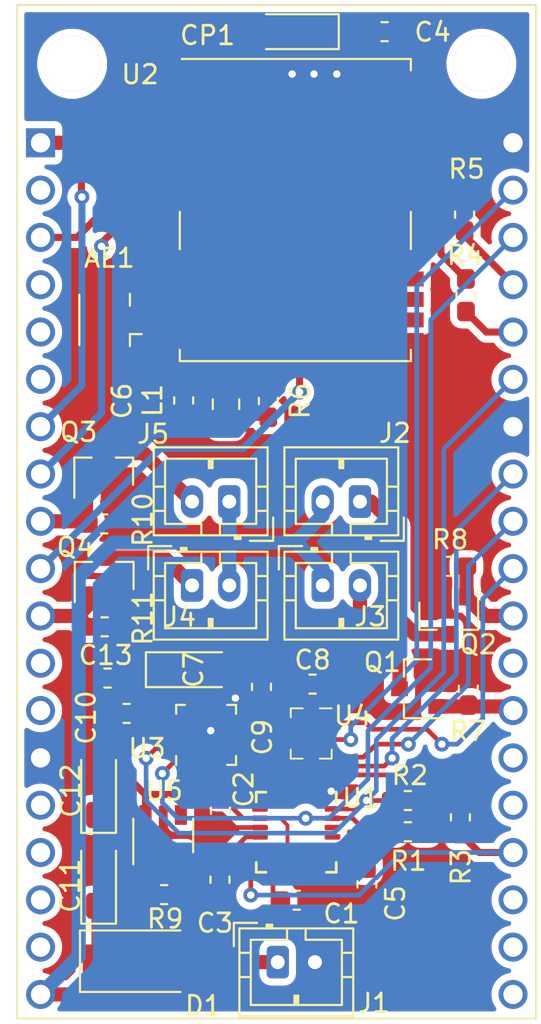
<source format=kicad_pcb>
(kicad_pcb (version 20191123) (host pcbnew "(5.99.0-622-gea218bc72)")
  (layers (0 "F.Cu" signal) (31 "B.Cu" signal hide) (34 "B.Paste" user hide) (35 "F.Paste" user hide) (36 "B.SilkS" user hide) (37 "F.SilkS" user hide) (38 "B.Mask" user hide) (39 "F.Mask" user hide) (44 "Edge.Cuts" user hide))
  (net 0 "")
  (net 1 "GND")
  (net 2 "+3.3VA")
  (net 3 "Net-(AE1-Pad1)")
  (net 4 "+3V3")
  (net 5 "Net-(C3-Pad2)")
  (net 6 "Net-(C5-Pad2)")
  (net 7 "Net-(C6-Pad2)")
  (net 8 "Net-(C7-Pad2)")
  (net 9 "Net-(C9-Pad2)")
  (net 10 "Net-(C9-Pad1)")
  (net 11 "+5V")
  (net 12 "Net-(D1-Pad2)")
  (net 13 "Net-(J2-Pad2)")
  (net 14 "Net-(J4-Pad2)")
  (net 15 "/Motor1")
  (net 16 "/Motor2")
  (net 17 "/Motor3")
  (net 18 "/Motor4")
  (net 19 "/I2C0_SCL")
  (net 20 "/I2C0_SDA")
  (net 21 "/MPU_INT")
  (net 22 "/GPS_TXD")
  (net 23 "Net-(R4-Pad1)")
  (net 24 "/GPS_RXD")
  (net 25 "Net-(R5-Pad1)")
  (net 26 "Net-(R6-Pad2)")
  (net 27 "Net-(R9-Pad1)")
  (net 28 "Net-(U1-Pad7)")
  (net 29 "Net-(U1-Pad6)")
  (net 30 "Net-(U2-Pad1)")
  (net 31 "/GPS_S_SEL")
  (net 32 "/GPS_TIMEPULSE")
  (net 33 "/GPS_INT")
  (net 34 "Net-(U2-Pad5)")
  (net 35 "Net-(U2-Pad6)")
  (net 36 "/GPS_RST")
  (net 37 "Net-(U2-Pad14)")
  (net 38 "Net-(U2-Pad15)")
  (net 39 "Net-(U2-Pad16)")
  (net 40 "Net-(U2-Pad17)")
  (net 41 "Net-(U2-Pad18)")
  (net 42 "Net-(U2-Pad19)")
  (net 43 "Net-(U3-Pad3)")
  (net 44 "Net-(U3-Pad5)")
  (net 45 "Net-(U3-Pad6)")
  (net 46 "Net-(U3-Pad7)")
  (net 47 "Net-(U3-Pad14)")
  (net 48 "Net-(U3-Pad15)")
  (net 49 "/BMP_CSB")
  (net 50 "/BMP_SDI")
  (net 51 "/BMP_SCK")
  (net 52 "/BMP_SDO")
  (net 53 "Net-(U5-Pad4)")
  (net 54 "Net-(U6-Pad38)")
  (net 55 "Net-(U6-Pad37)")
  (net 56 "Net-(U6-Pad36)")
  (net 57 "Net-(U6-Pad33)")
  (net 58 "Net-(U6-Pad18)")
  (net 59 "Net-(U6-Pad17)")
  (net 60 "Net-(U6-Pad16)")
  (net 61 "Net-(U6-Pad15)")
  (net 62 "Net-(U6-Pad13)")
  (net 63 "Net-(U6-Pad12)")
  (net 64 "Net-(U6-Pad6)")
  (net 65 "Net-(U6-Pad5)")
  (net 66 "Net-(U6-Pad4)")
  (net 67 "Net-(U6-Pad2)")
  (net 68 "Net-(U6-Pad34)")
  (net 69 "Net-(U6-Pad31)")
  (net 70 "Net-(J3-Pad1)")
  (net 71 "Net-(J5-Pad1)")
  (module "Capacitor_SMD:C_0603_1608Metric_Pad1.05x0.95mm_HandSolder" (layer "F.Cu") (at 126.155 100.1)
    (fp_text reference "C13" (at -0.1 -1.225 180) (layer "F.SilkS"))
    (fp_text value "100nF")
    (pad "2" smd roundrect (at 0.875 0) (size 1.05 0.95) (layers "F.Cu" "F.Paste" "F.Mask") (net 4 "+3V3"))
    (pad "1" smd roundrect (at -0.875 0) (size 1.05 0.95) (layers "F.Cu" "F.Paste" "F.Mask") (net 1 "GND"))
  )
  (module "my-smt-ic:LFCSP-16-1EP_3x3mm_P0.5mm_EP1.7x1.7mm" (layer "F.Cu") (at 131.455 103.15 90)
    (fp_text reference "U3" (at -0.725 -3.175 180) (layer "F.SilkS"))
    (fp_text value "HMC5883L")
    (pad "1" smd roundrect (at -1.5 -0.75 90) (size 0.75 0.25) (layers "F.Cu" "F.Paste" "F.Mask") (net 19 "/I2C0_SCL"))
    (pad "2" smd roundrect (at -1.5 -0.25 90) (size 0.75 0.25) (layers "F.Cu" "F.Paste" "F.Mask") (net 4 "+3V3"))
    (pad "3" smd roundrect (at -1.5 0.25 90) (size 0.75 0.25) (layers "F.Cu" "F.Paste" "F.Mask") (net 43 "Net-(U3-Pad3)"))
    (pad "4" smd roundrect (at -1.5 0.75 90) (size 0.75 0.25) (layers "F.Cu" "F.Paste" "F.Mask") (net 4 "+3V3"))
    (pad "5" smd roundrect (at -0.75 1.5 90) (size 0.25 0.75) (layers "F.Cu" "F.Paste" "F.Mask") (net 44 "Net-(U3-Pad5)"))
    (pad "6" smd roundrect (at -0.25 1.5 90) (size 0.25 0.75) (layers "F.Cu" "F.Paste" "F.Mask") (net 45 "Net-(U3-Pad6)"))
    (pad "7" smd roundrect (at 0.25 1.5 90) (size 0.25 0.75) (layers "F.Cu" "F.Paste" "F.Mask") (net 46 "Net-(U3-Pad7)"))
    (pad "8" smd roundrect (at 0.75 1.5 90) (size 0.25 0.75) (layers "F.Cu" "F.Paste" "F.Mask") (net 9 "Net-(C9-Pad2)"))
    (pad "9" smd roundrect (at 1.5 0.75 90) (size 0.75 0.25) (layers "F.Cu" "F.Paste" "F.Mask") (net 1 "GND"))
    (pad "10" smd roundrect (at 1.5 0.25 90) (size 0.75 0.25) (layers "F.Cu" "F.Paste" "F.Mask") (net 8 "Net-(C7-Pad2)"))
    (pad "11" smd roundrect (at 1.5 -0.25 90) (size 0.75 0.25) (layers "F.Cu" "F.Paste" "F.Mask") (net 1 "GND"))
    (pad "12" smd roundrect (at 1.5 -0.75 90) (size 0.75 0.25) (layers "F.Cu" "F.Paste" "F.Mask") (net 10 "Net-(C9-Pad1)"))
    (pad "13" smd roundrect (at 0.75 -1.5 90) (size 0.25 0.75) (layers "F.Cu" "F.Paste" "F.Mask") (net 4 "+3V3"))
    (pad "14" smd roundrect (at 0.25 -1.5 90) (size 0.25 0.75) (layers "F.Cu" "F.Paste" "F.Mask") (net 47 "Net-(U3-Pad14)"))
    (pad "15" smd roundrect (at -0.25 -1.5 90) (size 0.25 0.75) (layers "F.Cu" "F.Paste" "F.Mask") (net 48 "Net-(U3-Pad15)"))
    (pad "16" smd roundrect (at -0.75 -1.5 90) (size 0.25 0.75) (layers "F.Cu" "F.Paste" "F.Mask") (net 20 "/I2C0_SDA"))
  )
  (module "Capacitor_SMD:C_0603_1608Metric_Pad1.05x0.95mm_HandSolder" (layer "F.Cu") (at 137.18 100.425 180)
    (fp_text reference "C8" (at 0 1.3) (layer "F.SilkS"))
    (fp_text value "100nF")
    (pad "2" smd roundrect (at 0.875 0 180) (size 1.05 0.95) (layers "F.Cu" "F.Paste" "F.Mask") (net 4 "+3V3"))
    (pad "1" smd roundrect (at -0.875 0 180) (size 1.05 0.95) (layers "F.Cu" "F.Paste" "F.Mask") (net 1 "GND"))
  )
  (module "myModule:MODULE_ESP32-DEVKITC-32D" (layer "F.Cu") (at 135.255 91.125)
    (fp_text reference "U6" hide)
    (fp_text value "ESP32-DEVKITC-32D")
    (pad "" thru_hole circle (at -11 -24) (size 3 3) (drill 3) (layers *.Cu *.Mask))
    (pad "" thru_hole circle (at 11 -24) (size 3 3) (drill 3) (layers *.Cu *.Mask))
    (pad "38" thru_hole circle (at 12.7 25.96) (size 1.56 1.56) (drill 1.04) (layers *.Cu *.Mask) (net 54 "Net-(U6-Pad38)"))
    (pad "37" thru_hole circle (at 12.7 23.42) (size 1.56 1.56) (drill 1.04) (layers *.Cu *.Mask) (net 55 "Net-(U6-Pad37)"))
    (pad "36" thru_hole circle (at 12.7 20.88) (size 1.56 1.56) (drill 1.04) (layers *.Cu *.Mask) (net 56 "Net-(U6-Pad36)"))
    (pad "35" thru_hole circle (at 12.7 18.34) (size 1.56 1.56) (drill 1.04) (layers *.Cu *.Mask) (net 21 "/MPU_INT"))
    (pad "34" thru_hole circle (at 12.7 15.8) (size 1.56 1.56) (drill 1.04) (layers *.Cu *.Mask) (net 68 "Net-(U6-Pad34)"))
    (pad "33" thru_hole circle (at 12.7 13.26) (size 1.56 1.56) (drill 1.04) (layers *.Cu *.Mask) (net 57 "Net-(U6-Pad33)"))
    (pad "32" thru_hole circle (at 12.7 10.72) (size 1.56 1.56) (drill 1.04) (layers *.Cu *.Mask) (net 15 "/Motor1"))
    (pad "31" thru_hole circle (at 12.7 8.18) (size 1.56 1.56) (drill 1.04) (layers *.Cu *.Mask) (net 69 "Net-(U6-Pad31)"))
    (pad "30" thru_hole circle (at 12.7 5.64) (size 1.56 1.56) (drill 1.04) (layers *.Cu *.Mask) (net 16 "/Motor2"))
    (pad "29" thru_hole circle (at 12.7 3.1) (size 1.56 1.56) (drill 1.04) (layers *.Cu *.Mask) (net 49 "/BMP_CSB"))
    (pad "28" thru_hole circle (at 12.7 0.56) (size 1.56 1.56) (drill 1.04) (layers *.Cu *.Mask) (net 51 "/BMP_SCK"))
    (pad "27" thru_hole circle (at 12.7 -1.98) (size 1.56 1.56) (drill 1.04) (layers *.Cu *.Mask) (net 52 "/BMP_SDO"))
    (pad "26" thru_hole circle (at 12.7 -4.52) (size 1.56 1.56) (drill 1.04) (layers *.Cu *.Mask) (net 1 "GND"))
    (pad "25" thru_hole circle (at 12.7 -7.06) (size 1.56 1.56) (drill 1.04) (layers *.Cu *.Mask) (net 20 "/I2C0_SDA"))
    (pad "24" thru_hole circle (at 12.7 -9.6) (size 1.56 1.56) (drill 1.04) (layers *.Cu *.Mask) (net 22 "/GPS_TXD"))
    (pad "23" thru_hole circle (at 12.7 -12.14) (size 1.56 1.56) (drill 1.04) (layers *.Cu *.Mask) (net 24 "/GPS_RXD"))
    (pad "22" thru_hole circle (at 12.7 -14.68) (size 1.56 1.56) (drill 1.04) (layers *.Cu *.Mask) (net 19 "/I2C0_SCL"))
    (pad "21" thru_hole circle (at 12.7 -17.22) (size 1.56 1.56) (drill 1.04) (layers *.Cu *.Mask) (net 50 "/BMP_SDI"))
    (pad "20" thru_hole circle (at 12.7 -19.76) (size 1.56 1.56) (drill 1.04) (layers *.Cu *.Mask) (net 1 "GND"))
    (pad "18" thru_hole circle (at -12.7 23.42) (size 1.56 1.56) (drill 1.04) (layers *.Cu *.Mask) (net 58 "Net-(U6-Pad18)"))
    (pad "17" thru_hole circle (at -12.7 20.88) (size 1.56 1.56) (drill 1.04) (layers *.Cu *.Mask) (net 59 "Net-(U6-Pad17)"))
    (pad "16" thru_hole circle (at -12.7 18.34) (size 1.56 1.56) (drill 1.04) (layers *.Cu *.Mask) (net 60 "Net-(U6-Pad16)"))
    (pad "15" thru_hole circle (at -12.7 15.8) (size 1.56 1.56) (drill 1.04) (layers *.Cu *.Mask) (net 61 "Net-(U6-Pad15)"))
    (pad "14" thru_hole circle (at -12.7 13.26) (size 1.56 1.56) (drill 1.04) (layers *.Cu *.Mask) (net 1 "GND"))
    (pad "13" thru_hole circle (at -12.7 10.72) (size 1.56 1.56) (drill 1.04) (layers *.Cu *.Mask) (net 62 "Net-(U6-Pad13)"))
    (pad "12" thru_hole circle (at -12.7 8.18) (size 1.56 1.56) (drill 1.04) (layers *.Cu *.Mask) (net 63 "Net-(U6-Pad12)"))
    (pad "11" thru_hole circle (at -12.7 5.64) (size 1.56 1.56) (drill 1.04) (layers *.Cu *.Mask) (net 18 "/Motor4"))
    (pad "10" thru_hole circle (at -12.7 3.1) (size 1.56 1.56) (drill 1.04) (layers *.Cu *.Mask) (net 36 "/GPS_RST"))
    (pad "9" thru_hole circle (at -12.7 0.56) (size 1.56 1.56) (drill 1.04) (layers *.Cu *.Mask) (net 17 "/Motor3"))
    (pad "8" thru_hole circle (at -12.7 -1.98) (size 1.56 1.56) (drill 1.04) (layers *.Cu *.Mask) (net 33 "/GPS_INT"))
    (pad "7" thru_hole circle (at -12.7 -4.52) (size 1.56 1.56) (drill 1.04) (layers *.Cu *.Mask) (net 31 "/GPS_S_SEL"))
    (pad "6" thru_hole circle (at -12.7 -7.06) (size 1.56 1.56) (drill 1.04) (layers *.Cu *.Mask) (net 64 "Net-(U6-Pad6)"))
    (pad "5" thru_hole circle (at -12.7 -9.6) (size 1.56 1.56) (drill 1.04) (layers *.Cu *.Mask) (net 65 "Net-(U6-Pad5)"))
    (pad "4" thru_hole circle (at -12.7 -12.14) (size 1.56 1.56) (drill 1.04) (layers *.Cu *.Mask) (net 66 "Net-(U6-Pad4)"))
    (pad "3" thru_hole circle (at -12.7 -14.68) (size 1.56 1.56) (drill 1.04) (layers *.Cu *.Mask) (net 32 "/GPS_TIMEPULSE"))
    (pad "19" thru_hole circle (at -12.7 25.96) (size 1.56 1.56) (drill 1.04) (layers *.Cu *.Mask) (net 11 "+5V"))
    (pad "2" thru_hole circle (at -12.7 -17.22) (size 1.56 1.56) (drill 1.04) (layers *.Cu *.Mask) (net 67 "Net-(U6-Pad2)"))
    (pad "1" thru_hole rect (at -12.7 -19.76) (size 1.56 1.56) (drill 1.04) (layers *.Cu *.Mask) (net 2 "+3.3VA"))
  )
  (module "Capacitor_Tantalum_SMD:CP_EIA-3216-18_Kemet-A_Pad1.58x1.35mm_HandSolder" (layer "F.Cu") (at 130.705 99.65)
    (fp_text reference "C7" (at 0.075 0 270) (layer "F.SilkS"))
    (fp_text value "4.7uF")
    (pad "2" smd roundrect (at 1.4375 0) (size 1.575 1.35) (layers "F.Cu" "F.Paste" "F.Mask") (roundrect_rratio 0.185185) (net 8 "Net-(C7-Pad2)"))
    (pad "1" smd roundrect (at -1.4375 0) (size 1.575 1.35) (layers "F.Cu" "F.Paste" "F.Mask") (roundrect_rratio 0.185185) (net 1 "GND"))
  )
  (module "Capacitor_SMD:C_0603_1608Metric_Pad1.05x0.95mm_HandSolder" (layer "F.Cu") (at 134.43 100.575 -90)
    (fp_text reference "C9" (at 2.7 -0.05 90) (layer "F.SilkS"))
    (fp_text value "220nF")
    (pad "2" smd roundrect (at 0.875 0 270) (size 1.05 0.95) (layers "F.Cu" "F.Paste" "F.Mask") (net 9 "Net-(C9-Pad2)"))
    (pad "1" smd roundrect (at -0.875 0 270) (size 1.05 0.95) (layers "F.Cu" "F.Paste" "F.Mask") (net 10 "Net-(C9-Pad1)"))
  )
  (module "Package_TO_SOT_SMD:SOT-23-5" (layer "F.Cu") (at 129.15 108.55 90)
    (fp_text reference "U5" (at 2.4 0.055) (layer "F.SilkS"))
    (fp_text value "AP2112K-3.3")
    (pad "5" smd rect (at 1.1 -0.95 90) (size 1.06 0.65) (layers "F.Cu" "F.Paste" "F.Mask") (net 4 "+3V3"))
    (pad "4" smd rect (at 1.1 0.95 90) (size 1.06 0.65) (layers "F.Cu" "F.Paste" "F.Mask") (net 53 "Net-(U5-Pad4)"))
    (pad "3" smd rect (at -1.1 0.95 90) (size 1.06 0.65) (layers "F.Cu" "F.Paste" "F.Mask") (net 27 "Net-(R9-Pad1)"))
    (pad "2" smd rect (at -1.1 0 90) (size 1.06 0.65) (layers "F.Cu" "F.Paste" "F.Mask") (net 1 "GND"))
    (pad "1" smd rect (at -1.1 -0.95 90) (size 1.06 0.65) (layers "F.Cu" "F.Paste" "F.Mask") (net 11 "+5V"))
  )
  (module "Package_LGA:Bosch_LGA-8_2x2.5mm_P0.65mm_ClockwisePinNumbering" (layer "F.Cu") (at 137.105 103.075 -90)
    (fp_text reference "U4" (at -0.95 -2.225 180) (layer "F.SilkS"))
    (fp_text value "BMP280")
    (pad "8" smd rect (at -0.975 0.8) (size 0.5 0.35) (layers "F.Cu" "F.Paste" "F.Mask") (net 4 "+3V3"))
    (pad "2" smd rect (at -0.325 -0.8) (size 0.5 0.35) (layers "F.Cu" "F.Paste" "F.Mask") (net 49 "/BMP_CSB"))
    (pad "3" smd rect (at 0.325 -0.8) (size 0.5 0.35) (layers "F.Cu" "F.Paste" "F.Mask") (net 50 "/BMP_SDI"))
    (pad "4" smd rect (at 0.975 -0.8) (size 0.5 0.35) (layers "F.Cu" "F.Paste" "F.Mask") (net 51 "/BMP_SCK"))
    (pad "7" smd rect (at -0.325 0.8) (size 0.5 0.35) (layers "F.Cu" "F.Paste" "F.Mask") (net 1 "GND"))
    (pad "6" smd rect (at 0.325 0.8) (size 0.5 0.35) (layers "F.Cu" "F.Paste" "F.Mask") (net 4 "+3V3"))
    (pad "5" smd rect (at 0.975 0.8) (size 0.5 0.35) (layers "F.Cu" "F.Paste" "F.Mask") (net 52 "/BMP_SDO"))
    (pad "1" smd rect (at -0.975 -0.8) (size 0.5 0.35) (layers "F.Cu" "F.Paste" "F.Mask") (net 1 "GND"))
  )
  (module "myModule:ublox_NEO" (layer "F.Cu") (at 136.25 74.975)
    (fp_text reference "U2" (at -8.345 -7.275) (layer "F.SilkS"))
    (fp_text value "NEO-M8N")
    (pad "1" smd rect (at -6 -7) (size 1.8 0.8) (layers "F.Cu" "F.Paste" "F.Mask") (net 30 "Net-(U2-Pad1)"))
    (pad "2" smd rect (at -6 -5.9) (size 1.8 0.8) (layers "F.Cu" "F.Paste" "F.Mask") (net 31 "/GPS_S_SEL"))
    (pad "3" smd rect (at -6 -4.8) (size 1.8 0.8) (layers "F.Cu" "F.Paste" "F.Mask") (net 32 "/GPS_TIMEPULSE"))
    (pad "4" smd rect (at -6 -3.7) (size 1.8 0.8) (layers "F.Cu" "F.Paste" "F.Mask") (net 33 "/GPS_INT"))
    (pad "5" smd rect (at -6 -2.6) (size 1.8 0.8) (layers "F.Cu" "F.Paste" "F.Mask") (net 34 "Net-(U2-Pad5)"))
    (pad "6" smd rect (at -6 -1.5) (size 1.8 0.8) (layers "F.Cu" "F.Paste" "F.Mask") (net 35 "Net-(U2-Pad6)"))
    (pad "7" smd rect (at -6 -0.4) (size 1.8 0.8) (layers "F.Cu" "F.Paste" "F.Mask") (net 1 "GND"))
    (pad "8" smd rect (at -6 2.6) (size 1.8 0.8) (layers "F.Cu" "F.Paste" "F.Mask") (net 36 "/GPS_RST"))
    (pad "9" smd rect (at -6 3.7) (size 1.8 0.8) (layers "F.Cu" "F.Paste" "F.Mask") (net 26 "Net-(R6-Pad2)"))
    (pad "10" smd rect (at -6 4.8) (size 1.8 0.8) (layers "F.Cu" "F.Paste" "F.Mask") (net 1 "GND"))
    (pad "11" smd rect (at -6 5.9) (size 1.8 0.8) (layers "F.Cu" "F.Paste" "F.Mask") (net 3 "Net-(AE1-Pad1)"))
    (pad "12" smd rect (at -6 7) (size 1.8 0.8) (layers "F.Cu" "F.Paste" "F.Mask") (net 1 "GND"))
    (pad "13" smd rect (at 6 7) (size 1.8 0.8) (layers "F.Cu" "F.Paste" "F.Mask") (net 1 "GND"))
    (pad "14" smd rect (at 6 5.9) (size 1.8 0.8) (layers "F.Cu" "F.Paste" "F.Mask") (net 37 "Net-(U2-Pad14)"))
    (pad "15" smd rect (at 6 4.8) (size 1.8 0.8) (layers "F.Cu" "F.Paste" "F.Mask") (net 38 "Net-(U2-Pad15)"))
    (pad "16" smd rect (at 6 3.7) (size 1.8 0.8) (layers "F.Cu" "F.Paste" "F.Mask") (net 39 "Net-(U2-Pad16)"))
    (pad "17" smd rect (at 6 2.6) (size 1.8 0.8) (layers "F.Cu" "F.Paste" "F.Mask") (net 40 "Net-(U2-Pad17)"))
    (pad "18" smd rect (at 6 -0.4) (size 1.8 0.8) (layers "F.Cu" "F.Paste" "F.Mask") (net 41 "Net-(U2-Pad18)"))
    (pad "19" smd rect (at 6 -1.5) (size 1.8 0.8) (layers "F.Cu" "F.Paste" "F.Mask") (net 42 "Net-(U2-Pad19)"))
    (pad "20" smd rect (at 6 -2.6) (size 1.8 0.8) (layers "F.Cu" "F.Paste" "F.Mask") (net 23 "Net-(R4-Pad1)"))
    (pad "21" smd rect (at 6 -3.7) (size 1.8 0.8) (layers "F.Cu" "F.Paste" "F.Mask") (net 25 "Net-(R5-Pad1)"))
    (pad "22" smd rect (at 6 -4.8) (size 1.8 0.8) (layers "F.Cu" "F.Paste" "F.Mask") (net 2 "+3.3VA"))
    (pad "23" connect rect (at 6 -5.9) (size 1.8 0.8) (layers "F.Cu" "F.Mask") (net 2 "+3.3VA"))
    (pad "24" smd rect (at 6 -7) (size 1.8 0.8) (layers "F.Cu" "F.Paste" "F.Mask") (net 1 "GND"))
  )
  (module "Sensor_Motion:InvenSense_QFN-24_4x4mm_P0.5mm" (layer "F.Cu") (at 136.3 108.375 -90)
    (fp_text reference "U1" (at -1.825 -3.48 180) (layer "F.SilkS"))
    (fp_text value "MPU-6050")
    (pad "24" smd roundrect (at -1.25 -1.95) (size 0.85 0.3) (layers "F.Cu" "F.Paste" "F.Mask") (net 20 "/I2C0_SDA"))
    (pad "23" smd roundrect (at -0.75 -1.95) (size 0.85 0.3) (layers "F.Cu" "F.Paste" "F.Mask") (net 19 "/I2C0_SCL"))
    (pad "22" smd roundrect (at -0.25 -1.95) (size 0.85 0.3) (layers "F.Cu" "F.Paste" "F.Mask"))
    (pad "21" smd roundrect (at 0.25 -1.95) (size 0.85 0.3) (layers "F.Cu" "F.Paste" "F.Mask"))
    (pad "20" smd roundrect (at 0.75 -1.95) (size 0.85 0.3) (layers "F.Cu" "F.Paste" "F.Mask") (net 6 "Net-(C5-Pad2)"))
    (pad "19" smd roundrect (at 1.25 -1.95) (size 0.85 0.3) (layers "F.Cu" "F.Paste" "F.Mask"))
    (pad "18" smd roundrect (at 1.95 -1.25 270) (size 0.85 0.3) (layers "F.Cu" "F.Paste" "F.Mask") (net 1 "GND"))
    (pad "17" smd roundrect (at 1.95 -0.75 270) (size 0.85 0.3) (layers "F.Cu" "F.Paste" "F.Mask"))
    (pad "16" smd roundrect (at 1.95 -0.25 270) (size 0.85 0.3) (layers "F.Cu" "F.Paste" "F.Mask"))
    (pad "15" smd roundrect (at 1.95 0.25 270) (size 0.85 0.3) (layers "F.Cu" "F.Paste" "F.Mask"))
    (pad "14" smd roundrect (at 1.95 0.75 270) (size 0.85 0.3) (layers "F.Cu" "F.Paste" "F.Mask"))
    (pad "13" smd roundrect (at 1.95 1.25 270) (size 0.85 0.3) (layers "F.Cu" "F.Paste" "F.Mask") (net 4 "+3V3"))
    (pad "12" smd roundrect (at 1.25 1.95) (size 0.85 0.3) (layers "F.Cu" "F.Paste" "F.Mask") (net 21 "/MPU_INT"))
    (pad "11" smd roundrect (at 0.75 1.95) (size 0.85 0.3) (layers "F.Cu" "F.Paste" "F.Mask") (net 1 "GND"))
    (pad "10" smd roundrect (at 0.25 1.95) (size 0.85 0.3) (layers "F.Cu" "F.Paste" "F.Mask") (net 5 "Net-(C3-Pad2)"))
    (pad "9" smd roundrect (at -0.25 1.95) (size 0.85 0.3) (layers "F.Cu" "F.Paste" "F.Mask") (net 1 "GND"))
    (pad "8" smd roundrect (at -0.75 1.95) (size 0.85 0.3) (layers "F.Cu" "F.Paste" "F.Mask") (net 4 "+3V3"))
    (pad "7" smd roundrect (at -1.25 1.95) (size 0.85 0.3) (layers "F.Cu" "F.Paste" "F.Mask") (net 28 "Net-(U1-Pad7)"))
    (pad "6" smd roundrect (at -1.95 1.25 270) (size 0.85 0.3) (layers "F.Cu" "F.Paste" "F.Mask") (net 29 "Net-(U1-Pad6)"))
    (pad "5" smd roundrect (at -1.95 0.75 270) (size 0.85 0.3) (layers "F.Cu" "F.Paste" "F.Mask"))
    (pad "4" smd roundrect (at -1.95 0.25 270) (size 0.85 0.3) (layers "F.Cu" "F.Paste" "F.Mask"))
    (pad "3" smd roundrect (at -1.95 -0.25 270) (size 0.85 0.3) (layers "F.Cu" "F.Paste" "F.Mask"))
    (pad "2" smd roundrect (at -1.95 -0.75 270) (size 0.85 0.3) (layers "F.Cu" "F.Paste" "F.Mask"))
    (pad "1" smd roundrect (at -1.95 -1.25 270) (size 0.85 0.3) (layers "F.Cu" "F.Paste" "F.Mask") (net 1 "GND"))
  )
  (module "Resistor_SMD:R_0603_1608Metric_Pad1.05x0.95mm_HandSolder" (layer "F.Cu") (at 126 97.35 180)
    (fp_text reference "R11" (at -2.055 0.45 270) (layer "F.SilkS"))
    (fp_text value "10K")
    (pad "2" smd roundrect (at 0.875 0 180) (size 1.05 0.95) (layers "F.Cu" "F.Paste" "F.Mask") (net 18 "/Motor4"))
    (pad "1" smd roundrect (at -0.875 0 180) (size 1.05 0.95) (layers "F.Cu" "F.Paste" "F.Mask") (net 1 "GND"))
  )
  (module "Resistor_SMD:R_0603_1608Metric_Pad1.05x0.95mm_HandSolder" (layer "F.Cu") (at 125.975 91.825 180)
    (fp_text reference "R10" (at -2.08 0.225 270) (layer "F.SilkS"))
    (fp_text value "10K")
    (pad "2" smd roundrect (at 0.875 0 180) (size 1.05 0.95) (layers "F.Cu" "F.Paste" "F.Mask") (net 17 "/Motor3"))
    (pad "1" smd roundrect (at -0.875 0 180) (size 1.05 0.95) (layers "F.Cu" "F.Paste" "F.Mask") (net 1 "GND"))
  )
  (module "Resistor_SMD:R_0603_1608Metric_Pad1.05x0.95mm_HandSolder" (layer "F.Cu") (at 129.2 111.725 180)
    (fp_text reference "R9" (at -0.055 -1.3 180) (layer "F.SilkS"))
    (fp_text value "10K")
    (pad "2" smd roundrect (at 0.875 0 180) (size 1.05 0.95) (layers "F.Cu" "F.Paste" "F.Mask") (net 11 "+5V"))
    (pad "1" smd roundrect (at -0.875 0 180) (size 1.05 0.95) (layers "F.Cu" "F.Paste" "F.Mask") (net 27 "Net-(R9-Pad1)"))
  )
  (module "Resistor_SMD:R_0603_1608Metric_Pad1.05x0.95mm_HandSolder" (layer "F.Cu") (at 144.575 94.1)
    (fp_text reference "R8" (at 0 -1.43) (layer "F.SilkS"))
    (fp_text value "10K")
    (pad "2" smd roundrect (at 0.875 0) (size 1.05 0.95) (layers "F.Cu" "F.Paste" "F.Mask") (net 16 "/Motor2"))
    (pad "1" smd roundrect (at -0.875 0) (size 1.05 0.95) (layers "F.Cu" "F.Paste" "F.Mask") (net 1 "GND"))
  )
  (module "Resistor_SMD:R_0603_1608Metric_Pad1.05x0.95mm_HandSolder" (layer "F.Cu") (at 145.55 100.675 -90)
    (fp_text reference "R7" (at 2.275 0.02 180) (layer "F.SilkS"))
    (fp_text value "10K")
    (pad "2" smd roundrect (at 0.875 0 270) (size 1.05 0.95) (layers "F.Cu" "F.Paste" "F.Mask") (net 15 "/Motor1"))
    (pad "1" smd roundrect (at -0.875 0 270) (size 1.05 0.95) (layers "F.Cu" "F.Paste" "F.Mask") (net 1 "GND"))
  )
  (module "Resistor_SMD:R_0603_1608Metric_Pad1.05x0.95mm_HandSolder" (layer "F.Cu") (at 134.8 85.225 90)
    (fp_text reference "R6" (at 0 1.705 90) (layer "F.SilkS"))
    (fp_text value "10R")
    (pad "2" smd roundrect (at 0.875 0 90) (size 1.05 0.95) (layers "F.Cu" "F.Paste" "F.Mask") (net 26 "Net-(R6-Pad2)"))
    (pad "1" smd roundrect (at -0.875 0 90) (size 1.05 0.95) (layers "F.Cu" "F.Paste" "F.Mask") (net 7 "Net-(C6-Pad2)"))
  )
  (module "Resistor_SMD:R_0603_1608Metric_Pad1.05x0.95mm_HandSolder" (layer "F.Cu") (at 145.35 75.225 -90)
    (fp_text reference "R5" (at -2.45 -0.105 180) (layer "F.SilkS"))
    (fp_text value "100R")
    (pad "2" smd roundrect (at 0.875 0 270) (size 1.05 0.95) (layers "F.Cu" "F.Paste" "F.Mask") (net 24 "/GPS_RXD"))
    (pad "1" smd roundrect (at -0.875 0 270) (size 1.05 0.95) (layers "F.Cu" "F.Paste" "F.Mask") (net 25 "Net-(R5-Pad1)"))
  )
  (module "Resistor_SMD:R_0603_1608Metric_Pad1.05x0.95mm_HandSolder" (layer "F.Cu") (at 145.425 79.55 -90)
    (fp_text reference "R4" (at -2.15 0.045 180) (layer "F.SilkS"))
    (fp_text value "100R")
    (pad "2" smd roundrect (at 0.875 0 270) (size 1.05 0.95) (layers "F.Cu" "F.Paste" "F.Mask") (net 22 "/GPS_TXD"))
    (pad "1" smd roundrect (at -0.875 0 270) (size 1.05 0.95) (layers "F.Cu" "F.Paste" "F.Mask") (net 23 "Net-(R4-Pad1)"))
  )
  (module "Resistor_SMD:R_0603_1608Metric_Pad1.05x0.95mm_HandSolder" (layer "F.Cu") (at 145.125 107.575 90)
    (fp_text reference "R3" (at -2.675 0.03 90) (layer "F.SilkS"))
    (fp_text value "2K2")
    (pad "2" smd roundrect (at 0.875 0 90) (size 1.05 0.95) (layers "F.Cu" "F.Paste" "F.Mask") (net 4 "+3V3"))
    (pad "1" smd roundrect (at -0.875 0 90) (size 1.05 0.95) (layers "F.Cu" "F.Paste" "F.Mask") (net 21 "/MPU_INT"))
  )
  (module "Resistor_SMD:R_0603_1608Metric_Pad1.05x0.95mm_HandSolder" (layer "F.Cu") (at 142.3 106.675)
    (fp_text reference "R2" (at 0.105 -1.35 180) (layer "F.SilkS"))
    (fp_text value "2K2")
    (pad "2" smd roundrect (at 0.875 0) (size 1.05 0.95) (layers "F.Cu" "F.Paste" "F.Mask") (net 4 "+3V3"))
    (pad "1" smd roundrect (at -0.875 0) (size 1.05 0.95) (layers "F.Cu" "F.Paste" "F.Mask") (net 20 "/I2C0_SDA"))
  )
  (module "Resistor_SMD:R_0603_1608Metric_Pad1.05x0.95mm_HandSolder" (layer "F.Cu") (at 142.3 108.35)
    (fp_text reference "R1" (at 0.03 1.575 180) (layer "F.SilkS"))
    (fp_text value "2K2")
    (pad "2" smd roundrect (at 0.875 0) (size 1.05 0.95) (layers "F.Cu" "F.Paste" "F.Mask") (net 4 "+3V3"))
    (pad "1" smd roundrect (at -0.875 0) (size 1.05 0.95) (layers "F.Cu" "F.Paste" "F.Mask") (net 19 "/I2C0_SCL"))
  )
  (module "Package_TO_SOT_SMD:SOT-23" (layer "F.Cu") (at 125.975 94.625 90)
    (fp_text reference "Q4" (at 1.55 -1.545) (layer "F.SilkS"))
    (fp_text value "AO3400A")
    (pad "3" smd rect (at 1 0 90) (size 0.9 0.8) (layers "F.Cu" "F.Paste" "F.Mask") (net 71 "Net-(J5-Pad1)"))
    (pad "2" smd rect (at -1 0.95 90) (size 0.9 0.8) (layers "F.Cu" "F.Paste" "F.Mask") (net 1 "GND"))
    (pad "1" smd rect (at -1 -0.95 90) (size 0.9 0.8) (layers "F.Cu" "F.Paste" "F.Mask") (net 18 "/Motor4"))
  )
  (module "Package_TO_SOT_SMD:SOT-23" (layer "F.Cu") (at 125.95 89.025 90)
    (fp_text reference "Q3" (at 2.125 -1.345 180) (layer "F.SilkS"))
    (fp_text value "AO3400A")
    (pad "3" smd rect (at 1 0 90) (size 0.9 0.8) (layers "F.Cu" "F.Paste" "F.Mask") (net 14 "Net-(J4-Pad2)"))
    (pad "2" smd rect (at -1 0.95 90) (size 0.9 0.8) (layers "F.Cu" "F.Paste" "F.Mask") (net 1 "GND"))
    (pad "1" smd rect (at -1 -0.95 90) (size 0.9 0.8) (layers "F.Cu" "F.Paste" "F.Mask") (net 17 "/Motor3"))
  )
  (module "Package_TO_SOT_SMD:SOT-23" (layer "F.Cu") (at 144.5 96.75 -90)
    (fp_text reference "Q2" (at 1.55 -1.58 180) (layer "F.SilkS"))
    (fp_text value "AO3400A")
    (pad "3" smd rect (at 1 0 270) (size 0.9 0.8) (layers "F.Cu" "F.Paste" "F.Mask") (net 70 "Net-(J3-Pad1)"))
    (pad "2" smd rect (at -1 0.95 270) (size 0.9 0.8) (layers "F.Cu" "F.Paste" "F.Mask") (net 1 "GND"))
    (pad "1" smd rect (at -1 -0.95 270) (size 0.9 0.8) (layers "F.Cu" "F.Paste" "F.Mask") (net 16 "/Motor2"))
  )
  (module "Package_TO_SOT_SMD:SOT-23" (layer "F.Cu") (at 142.85 100.675 180)
    (fp_text reference "Q1" (at 1.92 1.425) (layer "F.SilkS"))
    (fp_text value "AO3400A")
    (pad "3" smd rect (at 1 0 180) (size 0.9 0.8) (layers "F.Cu" "F.Paste" "F.Mask") (net 13 "Net-(J2-Pad2)"))
    (pad "2" smd rect (at -1 0.95 180) (size 0.9 0.8) (layers "F.Cu" "F.Paste" "F.Mask") (net 1 "GND"))
    (pad "1" smd rect (at -1 -0.95 180) (size 0.9 0.8) (layers "F.Cu" "F.Paste" "F.Mask") (net 15 "/Motor1"))
  )
  (module "Inductor_SMD:L_0805_2012Metric_Pad1.15x1.40mm_HandSolder" (layer "F.Cu") (at 132.525 85.4 90)
    (fp_text reference "L1" (at 0.2 -3.945 270) (layer "F.SilkS"))
    (fp_text value "27nH")
    (pad "2" smd roundrect (at 1.025 0 90) (size 1.15 1.4) (layers "F.Cu" "F.Paste" "F.Mask") (roundrect_rratio 0.217391) (net 3 "Net-(AE1-Pad1)"))
    (pad "1" smd roundrect (at -1.025 0 90) (size 1.15 1.4) (layers "F.Cu" "F.Paste" "F.Mask") (roundrect_rratio 0.217391) (net 7 "Net-(C6-Pad2)"))
  )
  (module "Connector_JST:JST_PH_B2B-PH-K_1x02_P2.00mm_Vertical" (layer "F.Cu") (at 130.7 95.125)
    (fp_text reference "J5" (at -2.095 -8.125) (layer "F.SilkS"))
    (fp_text value "JSE-2PIN-2mm")
    (pad "2" thru_hole oval (at 2 0) (size 1.2 1.75) (drill 0.75) (layers *.Cu *.Mask) (net 11 "+5V"))
    (pad "1" thru_hole roundrect (at 0 0) (size 1.2 1.75) (drill 0.75) (layers *.Cu *.Mask) (roundrect_rratio 0.208333) (net 71 "Net-(J5-Pad1)"))
  )
  (module "Connector_JST:JST_PH_B2B-PH-K_1x02_P2.00mm_Vertical" (layer "F.Cu") (at 132.7 90.625 180)
    (fp_text reference "J4" (at 2.645 -6.2) (layer "F.SilkS"))
    (fp_text value "JSE-2PIN-2mm")
    (pad "2" thru_hole oval (at 2 0 180) (size 1.2 1.75) (drill 0.75) (layers *.Cu *.Mask) (net 14 "Net-(J4-Pad2)"))
    (pad "1" thru_hole roundrect (at 0 0 180) (size 1.2 1.75) (drill 0.75) (layers *.Cu *.Mask) (roundrect_rratio 0.208333) (net 11 "+5V"))
  )
  (module "Connector_JST:JST_PH_B2B-PH-K_1x02_P2.00mm_Vertical" (layer "F.Cu") (at 139.725 90.625 180)
    (fp_text reference "J3" (at -0.555 -6.175) (layer "F.SilkS"))
    (fp_text value "JSE-2PIN-2mm")
    (pad "2" thru_hole oval (at 2 0 180) (size 1.2 1.75) (drill 0.75) (layers *.Cu *.Mask) (net 11 "+5V"))
    (pad "1" thru_hole roundrect (at 0 0 180) (size 1.2 1.75) (drill 0.75) (layers *.Cu *.Mask) (roundrect_rratio 0.208333) (net 70 "Net-(J3-Pad1)"))
  )
  (module "Connector_JST:JST_PH_B2B-PH-K_1x02_P2.00mm_Vertical" (layer "F.Cu") (at 137.725 95.125)
    (fp_text reference "J2" (at 3.88 -8.175) (layer "F.SilkS"))
    (fp_text value "JSE-2PIN-2mm")
    (pad "2" thru_hole oval (at 2 0) (size 1.2 1.75) (drill 0.75) (layers *.Cu *.Mask) (net 13 "Net-(J2-Pad2)"))
    (pad "1" thru_hole roundrect (at 0 0) (size 1.2 1.75) (drill 0.75) (layers *.Cu *.Mask) (roundrect_rratio 0.208333) (net 11 "+5V"))
  )
  (module "Connector_JST:JST_PH_B2B-PH-K_1x02_P2.00mm_Vertical" (layer "F.Cu") (at 135.305 115.35)
    (fp_text reference "J1" (at 5.175 2.2) (layer "F.SilkS"))
    (fp_text value "JST-2PIN-2mm")
    (pad "2" thru_hole oval (at 2 0) (size 1.2 1.75) (drill 0.75) (layers *.Cu *.Mask) (net 1 "GND"))
    (pad "1" thru_hole roundrect (at 0 0) (size 1.2 1.75) (drill 0.75) (layers *.Cu *.Mask) (roundrect_rratio 0.208333) (net 12 "Net-(D1-Pad2)"))
  )
  (module "Diode_SMD:D_SMA" (layer "F.Cu") (at 128.075 115.3)
    (fp_text reference "D1" (at 3.23 2.375) (layer "F.SilkS"))
    (fp_text value "1N5822")
    (pad "2" smd rect (at 2 0) (size 2.5 1.8) (layers "F.Cu" "F.Paste" "F.Mask") (net 12 "Net-(D1-Pad2)"))
    (pad "1" smd rect (at -2 0) (size 2.5 1.8) (layers "F.Cu" "F.Paste" "F.Mask") (net 11 "+5V"))
  )
  (module "Capacitor_Tantalum_SMD:CP_EIA-3216-18_Kemet-A" (layer "F.Cu") (at 125.675 106.1 90)
    (fp_text reference "C12" (at -0.05 -1.495 90) (layer "F.SilkS"))
    (fp_text value "10uF")
    (pad "2" smd roundrect (at 1.35 0 90) (size 1.4 1.35) (layers "F.Cu" "F.Paste" "F.Mask") (roundrect_rratio 0.185185) (net 1 "GND"))
    (pad "1" smd roundrect (at -1.35 0 90) (size 1.4 1.35) (layers "F.Cu" "F.Paste" "F.Mask") (roundrect_rratio 0.185185) (net 4 "+3V3"))
  )
  (module "Capacitor_Tantalum_SMD:CP_EIA-3216-18_Kemet-A" (layer "F.Cu") (at 125.675 110.975 90)
    (fp_text reference "C11" (at -0.275 -1.52 90) (layer "F.SilkS"))
    (fp_text value "10uF")
    (pad "2" smd roundrect (at 1.35 0 90) (size 1.4 1.35) (layers "F.Cu" "F.Paste" "F.Mask") (roundrect_rratio 0.185185) (net 1 "GND"))
    (pad "1" smd roundrect (at -1.35 0 90) (size 1.4 1.35) (layers "F.Cu" "F.Paste" "F.Mask") (roundrect_rratio 0.185185) (net 11 "+5V"))
  )
  (module "Capacitor_SMD:C_0603_1608Metric_Pad1.05x0.95mm_HandSolder" (layer "F.Cu") (at 127.18 102)
    (fp_text reference "C10" (at -2.175 0.225 90) (layer "F.SilkS"))
    (fp_text value "100nF")
    (pad "2" smd roundrect (at 0.875 0) (size 1.05 0.95) (layers "F.Cu" "F.Paste" "F.Mask") (net 4 "+3V3"))
    (pad "1" smd roundrect (at -0.875 0) (size 1.05 0.95) (layers "F.Cu" "F.Paste" "F.Mask") (net 1 "GND"))
  )
  (module "Capacitor_SMD:C_0603_1608Metric_Pad1.05x0.95mm_HandSolder" (layer "F.Cu") (at 130.25 85.2 -90)
    (fp_text reference "C6" (at 0.025 3.32 90) (layer "F.SilkS"))
    (fp_text value "10nF")
    (pad "2" smd roundrect (at 0.875 0 270) (size 1.05 0.95) (layers "F.Cu" "F.Paste" "F.Mask") (net 7 "Net-(C6-Pad2)"))
    (pad "1" smd roundrect (at -0.875 0 270) (size 1.05 0.95) (layers "F.Cu" "F.Paste" "F.Mask") (net 1 "GND"))
  )
  (module "Capacitor_SMD:C_0603_1608Metric_Pad1.05x0.95mm_HandSolder" (layer "F.Cu") (at 140.1 111.175 90)
    (fp_text reference "C5" (at -1.025 1.53 90) (layer "F.SilkS"))
    (fp_text value "2.2NF")
    (pad "2" smd roundrect (at 0.875 0 90) (size 1.05 0.95) (layers "F.Cu" "F.Paste" "F.Mask") (net 6 "Net-(C5-Pad2)"))
    (pad "1" smd roundrect (at -0.875 0 90) (size 1.05 0.95) (layers "F.Cu" "F.Paste" "F.Mask") (net 1 "GND"))
  )
  (module "Capacitor_SMD:C_0603_1608Metric_Pad1.05x0.95mm_HandSolder" (layer "F.Cu") (at 141.05 65.4 180)
    (fp_text reference "C4" (at -2.58 -0.025) (layer "F.SilkS"))
    (fp_text value "100nF")
    (pad "2" smd roundrect (at 0.875 0 180) (size 1.05 0.95) (layers "F.Cu" "F.Paste" "F.Mask") (net 2 "+3.3VA"))
    (pad "1" smd roundrect (at -0.875 0 180) (size 1.05 0.95) (layers "F.Cu" "F.Paste" "F.Mask") (net 1 "GND"))
  )
  (module "Capacitor_SMD:C_0603_1608Metric_Pad1.05x0.95mm_HandSolder" (layer "F.Cu") (at 132.2 110.925 90)
    (fp_text reference "C3" (at -2.325 -0.27 180) (layer "F.SilkS"))
    (fp_text value "100nF")
    (pad "2" smd roundrect (at 0.875 0 90) (size 1.05 0.95) (layers "F.Cu" "F.Paste" "F.Mask") (net 5 "Net-(C3-Pad2)"))
    (pad "1" smd roundrect (at -0.875 0 90) (size 1.05 0.95) (layers "F.Cu" "F.Paste" "F.Mask") (net 1 "GND"))
  )
  (module "Capacitor_SMD:C_0603_1608Metric_Pad1.05x0.95mm_HandSolder" (layer "F.Cu") (at 132.225 107.225 90)
    (fp_text reference "C2" (at 1.15 1.255 270) (layer "F.SilkS"))
    (fp_text value "10nF")
    (pad "2" smd roundrect (at 0.875 0 90) (size 1.05 0.95) (layers "F.Cu" "F.Paste" "F.Mask") (net 4 "+3V3"))
    (pad "1" smd roundrect (at -0.875 0 90) (size 1.05 0.95) (layers "F.Cu" "F.Paste" "F.Mask") (net 1 "GND"))
  )
  (module "Capacitor_SMD:C_0603_1608Metric_Pad1.05x0.95mm_HandSolder" (layer "F.Cu") (at 136.325 112.025 180)
    (fp_text reference "C1" (at -2.405 -0.725) (layer "F.SilkS"))
    (fp_text value "100nF")
    (pad "2" smd roundrect (at 0.875 0 180) (size 1.05 0.95) (layers "F.Cu" "F.Paste" "F.Mask") (net 4 "+3V3"))
    (pad "1" smd roundrect (at -0.875 0 180) (size 1.05 0.95) (layers "F.Cu" "F.Paste" "F.Mask") (net 1 "GND"))
  )
  (module "Connector_Coaxial:U.FL_Hirose_U.FL-R-SMT-1_Vertical" (layer "F.Cu") (at 126.475 80.875 180)
    (fp_text reference "AE1" (at 0.22 3.325) (layer "F.SilkS"))
    (fp_text value "Antenna_Shield")
    (pad "2" smd rect (at 0.475 -1.475 180) (size 2.2 1.05) (layers "F.Cu" "F.Paste" "F.Mask") (net 1 "GND"))
    (pad "1" smd rect (at -1.05 0 180) (size 1.05 1) (layers "F.Cu" "F.Paste" "F.Mask") (net 3 "Net-(AE1-Pad1)"))
    (pad "2" smd rect (at 0.475 1.475 180) (size 2.2 1.05) (layers "F.Cu" "F.Paste" "F.Mask") (net 1 "GND"))
  )
  (module "Capacitor_Tantalum_SMD:CP_EIA-3216-18_Kemet-A" (layer "F.Cu") (at 136.275 65.4 180)
    (fp_text reference "CP1" (at 4.745 -0.2) (layer "F.SilkS"))
    (fp_text value "10uF")
    (pad "1" smd roundrect (at -1.35 0 180) (size 1.4 1.35) (layers "F.Cu" "F.Paste" "F.Mask") (roundrect_rratio 0.185185) (net 2 "+3.3VA"))
    (pad "2" smd roundrect (at 1.35 0 180) (size 1.4 1.35) (layers "F.Cu" "F.Paste" "F.Mask") (roundrect_rratio 0.185185) (net 1 "GND"))
  )
  (gr_line (start 121.305 63.975) (end 121.305 118.375) (layer "Edge.Cuts") (width 0.05))
  (gr_line (start 149.205 63.975) (end 121.305 63.975) (layer "Edge.Cuts") (width 0.05))
  (gr_line (start 149.205 118.375) (end 149.205 63.975) (layer "Edge.Cuts") (width 0.05))
  (gr_line (start 149.18 118.375) (end 149.205 118.375) (layer "Edge.Cuts") (width 0.05))
  (gr_line (start 121.305 118.375) (end 149.18 118.375) (layer "Edge.Cuts") (width 0.05))
  (segment (start 143.53 80.87) (end 143.53 99.55) (width 0.254) (layer "B.Cu") (net 19))
  (segment (start 147.955 76.445) (end 143.53 80.87) (width 0.254) (layer "B.Cu") (net 19))
  (segment (start 143.53 99.55) (end 140.155 102.925) (width 0.254) (layer "B.Cu") (net 19))
  (segment (start 142.78 79.08) (end 142.78 99.15) (width 0.254) (layer "B.Cu") (net 50))
  (segment (start 147.955 73.905) (end 142.78 79.08) (width 0.254) (layer "B.Cu") (net 50))
  (segment (start 142.78 99.15) (end 139.23 102.7) (width 0.254) (layer "B.Cu") (net 50))
  (segment (start 139.23 102.7) (end 139.23 102.834315) (width 0.254) (layer "B.Cu") (net 50))
  (segment (start 139.23 102.834315) (end 139.23 103.4) (width 0.254) (layer "B.Cu") (net 50))
  (segment (start 146.33 95.85) (end 146.33 102.275) (width 0.254) (layer "B.Cu") (net 49))
  (segment (start 144.955 103.65) (end 144.13 103.65) (width 0.254) (layer "B.Cu") (net 49))
  (segment (start 147.955 94.225) (end 146.33 95.85) (width 0.254) (layer "B.Cu") (net 49))
  (segment (start 146.33 102.275) (end 144.955 103.65) (width 0.254) (layer "B.Cu") (net 49))
  (segment (start 140.605013 106.149987) (end 140.605013 103.399987) (width 0.25) (layer "B.Cu") (net 20))
  (segment (start 140.08 106.675) (end 140.605013 106.149987) (width 0.25) (layer "B.Cu") (net 20))
  (segment (start 140.605013 103.399987) (end 144.23 99.775) (width 0.25) (layer "B.Cu") (net 20))
  (segment (start 144.23 99.775) (end 144.23 97.55) (width 0.25) (layer "B.Cu") (net 20))
  (segment (start 144.23 87.79) (end 144.23 97.558022) (width 0.254) (layer "B.Cu") (net 20))
  (segment (start 147.955 84.065) (end 144.23 87.79) (width 0.254) (layer "B.Cu") (net 20))
  (segment (start 138.055 107.625) (end 140.155002 105.524998) (width 0.25) (layer "B.Cu") (net 19))
  (segment (start 136.805 107.625) (end 138.055 107.625) (width 0.25) (layer "B.Cu") (net 19))
  (segment (start 140.155002 105.524998) (end 140.155002 102.924998) (width 0.25) (layer "B.Cu") (net 19))
  (segment (start 145.555 94.085) (end 145.555 100.425) (width 0.254) (layer "B.Cu") (net 51))
  (segment (start 147.955 91.685) (end 145.555 94.085) (width 0.254) (layer "B.Cu") (net 51))
  (segment (start 145.555 100.425) (end 142.32984 103.65016) (width 0.254) (layer "B.Cu") (net 51))
  (segment (start 143.175 106.675) (end 145.1 106.675) (width 0.25) (layer "F.Cu") (net 4))
  (segment (start 145.1 106.675) (end 145.125 106.7) (width 0.25) (layer "F.Cu") (net 4))
  (segment (start 140.38 102.85) (end 143.33 102.85) (width 0.25) (layer "F.Cu") (net 49))
  (segment (start 140.03 102.5) (end 140.38 102.85) (width 0.25) (layer "F.Cu") (net 49))
  (segment (start 138.78 102.5) (end 140.03 102.5) (width 0.25) (layer "F.Cu") (net 49))
  (segment (start 137.905 102.75) (end 138.53 102.75) (width 0.25) (layer "F.Cu") (net 49))
  (segment (start 138.53 102.75) (end 138.78 102.5) (width 0.25) (layer "F.Cu") (net 49))
  (segment (start 143.33 102.85) (end 144.13 103.65) (width 0.25) (layer "F.Cu") (net 49))
  (segment (start 139.23 103.4) (end 137.905 103.4) (width 0.25) (layer "F.Cu") (net 50))
  (via (at 139.23 103.4) (size 0.8) (drill 0.4) (layers "F.Cu" "B.Cu") (net 50))
  (via (at 142.32984 103.65016) (size 0.8) (drill 0.4) (layers "F.Cu" "B.Cu") (net 51))
  (via (at 144.13 103.65) (size 0.8) (drill 0.4) (layers "F.Cu" "B.Cu") (net 49))
  (segment (start 135.83 103.4) (end 136.305 103.4) (width 0.25) (layer "F.Cu") (net 4))
  (segment (start 138.25 107.625) (end 136.805 107.625) (width 0.25) (layer "F.Cu") (net 19))
  (via (at 136.805 107.625) (size 0.8) (drill 0.4) (layers "F.Cu" "B.Cu") (net 19))
  (segment (start 130.125 115.35) (end 130.075 115.3) (width 0.762) (layer "F.Cu") (net 12))
  (segment (start 135.305 115.35) (end 130.125 115.35) (width 0.762) (layer "F.Cu") (net 12))
  (segment (start 124.29 117.085) (end 126.075 115.3) (width 0.762) (layer "F.Cu") (net 11))
  (segment (start 122.555 117.085) (end 124.29 117.085) (width 0.762) (layer "F.Cu") (net 11))
  (segment (start 125.675 114.9) (end 126.075 115.3) (width 0.762) (layer "F.Cu") (net 11))
  (segment (start 125.675 112.325) (end 125.675 114.9) (width 0.762) (layer "F.Cu") (net 11))
  (segment (start 128.2 111.6) (end 128.325 111.725) (width 0.5842) (layer "F.Cu") (net 11))
  (segment (start 128.2 109.65) (end 128.2 111.6) (width 0.5842) (layer "F.Cu") (net 11))
  (segment (start 130.1 111.7) (end 130.075 111.725) (width 0.5842) (layer "F.Cu") (net 27))
  (segment (start 130.1 109.65) (end 130.1 111.7) (width 0.5842) (layer "F.Cu") (net 27))
  (segment (start 128.2 107.45) (end 125.675 107.45) (width 0.5842) (layer "F.Cu") (net 4))
  (segment (start 127.28 111.725) (end 128.325 111.725) (width 0.5842) (layer "F.Cu") (net 11))
  (segment (start 125.675 112.325) (end 126.68 112.325) (width 0.5842) (layer "F.Cu") (net 11))
  (segment (start 126.68 112.325) (end 127.28 111.725) (width 0.5842) (layer "F.Cu") (net 11))
  (segment (start 133.605 108.625) (end 134.35 108.625) (width 0.254) (layer "F.Cu") (net 5))
  (segment (start 132.2 110.05) (end 132.2 110.03) (width 0.254) (layer "F.Cu") (net 5))
  (segment (start 132.2 110.03) (end 133.605 108.625) (width 0.254) (layer "F.Cu") (net 5))
  (segment (start 132.25 108.125) (end 132.225 108.1) (width 0.254) (layer "F.Cu") (net 1))
  (segment (start 134.35 108.125) (end 132.25 108.125) (width 0.254) (layer "F.Cu") (net 1))
  (segment (start 132.225 106.42) (end 132.225 106.35) (width 0.254) (layer "F.Cu") (net 4))
  (segment (start 134.35 107.625) (end 133.43 107.625) (width 0.254) (layer "F.Cu") (net 4))
  (segment (start 133.43 107.625) (end 132.225 106.42) (width 0.254) (layer "F.Cu") (net 4))
  (segment (start 135.05 111.625) (end 135.45 112.025) (width 0.254) (layer "F.Cu") (net 4))
  (segment (start 135.05 110.325) (end 135.05 111.625) (width 0.254) (layer "F.Cu") (net 4))
  (segment (start 137.55 111.675) (end 137.55 110.325) (width 0.254) (layer "F.Cu") (net 1))
  (segment (start 137.2 112.025) (end 137.55 111.675) (width 0.254) (layer "F.Cu") (net 1))
  (segment (start 138.25 109.125) (end 138.955 109.125) (width 0.254) (layer "F.Cu") (net 6))
  (segment (start 140.1 110.27) (end 140.1 110.3) (width 0.254) (layer "F.Cu") (net 6))
  (segment (start 138.955 109.125) (end 140.1 110.27) (width 0.254) (layer "F.Cu") (net 6))
  (segment (start 132.225 106.35) (end 132.205 106.33) (width 0.254) (layer "F.Cu") (net 4))
  (segment (start 143.175 106.675) (end 143.175 108.35) (width 0.254) (layer "F.Cu") (net 4))
  (segment (start 127.525 80.875) (end 130.25 80.875) (width 0.5842) (layer "F.Cu") (net 3))
  (segment (start 137.625 65.4) (end 140.175 65.4) (width 0.762) (layer "F.Cu") (net 2))
  (segment (start 140.175 68.995) (end 140.255 69.075) (width 0.762) (layer "F.Cu") (net 2))
  (segment (start 140.175 65.4) (end 140.175 68.995) (width 0.762) (layer "F.Cu") (net 2))
  (segment (start 140.255 69.075) (end 142.25 69.075) (width 0.762) (layer "F.Cu") (net 2))
  (segment (start 128.73 65.875) (end 131.93 65.875) (width 0.762) (layer "F.Cu") (net 2))
  (segment (start 127.08 69.1) (end 127.08 67.525) (width 0.762) (layer "F.Cu") (net 2))
  (segment (start 122.555 71.365) (end 124.815 71.365) (width 0.762) (layer "F.Cu") (net 2))
  (segment (start 127.08 67.525) (end 128.73 65.875) (width 0.762) (layer "F.Cu") (net 2))
  (segment (start 124.815 71.365) (end 127.08 69.1) (width 0.762) (layer "F.Cu") (net 2))
  (segment (start 135.13 69.075) (end 140.255 69.075) (width 0.762) (layer "F.Cu") (net 2))
  (segment (start 131.93 65.875) (end 135.13 69.075) (width 0.762) (layer "F.Cu") (net 2))
  (via (at 124.78 74.275) (size 0.8) (drill 0.4) (layers "F.Cu" "B.Cu") (net 31))
  (segment (start 124.78 84.38) (end 122.555 86.605) (width 0.381) (layer "B.Cu") (net 31))
  (segment (start 124.78 74.275) (end 124.78 84.38) (width 0.381) (layer "B.Cu") (net 31))
  (segment (start 124.755 74.25) (end 124.78 74.275) (width 0.381) (layer "F.Cu") (net 31))
  (segment (start 124.755 72.975) (end 124.755 74.25) (width 0.381) (layer "F.Cu") (net 31))
  (segment (start 130.25 69.075) (end 128.655 69.075) (width 0.381) (layer "F.Cu") (net 31))
  (segment (start 128.655 69.075) (end 124.755 72.975) (width 0.381) (layer "F.Cu") (net 31))
  (segment (start 124.51 76.445) (end 122.555 76.445) (width 0.381) (layer "F.Cu") (net 32))
  (segment (start 126.205 74.75) (end 124.51 76.445) (width 0.381) (layer "F.Cu") (net 32))
  (segment (start 126.205 72.525) (end 126.205 74.75) (width 0.381) (layer "F.Cu") (net 32))
  (segment (start 130.25 70.175) (end 128.555 70.175) (width 0.381) (layer "F.Cu") (net 32))
  (segment (start 128.555 70.175) (end 126.205 72.525) (width 0.381) (layer "F.Cu") (net 32))
  (segment (start 128.969 71.275) (end 127.305 72.939) (width 0.381) (layer "F.Cu") (net 33))
  (segment (start 130.25 71.275) (end 128.969 71.275) (width 0.381) (layer "F.Cu") (net 33))
  (segment (start 127.305 72.939) (end 127.305 75.275) (width 0.381) (layer "F.Cu") (net 33))
  (via (at 125.83 76.925) (size 0.8) (drill 0.4) (layers "F.Cu" "B.Cu") (net 33))
  (segment (start 127.305 75.275) (end 125.83 76.75) (width 0.381) (layer "F.Cu") (net 33))
  (segment (start 125.83 76.75) (end 125.83 76.925) (width 0.381) (layer "F.Cu") (net 33))
  (segment (start 125.83 85.87) (end 122.555 89.145) (width 0.381) (layer "B.Cu") (net 33))
  (segment (start 125.83 76.925) (end 125.83 85.87) (width 0.381) (layer "B.Cu") (net 33))
  (segment (start 134.8 83.825) (end 134.8 84.35) (width 0.381) (layer "F.Cu") (net 26))
  (segment (start 134.8 80.095) (end 134.8 83.825) (width 0.381) (layer "F.Cu") (net 26))
  (segment (start 130.25 78.675) (end 133.38 78.675) (width 0.381) (layer "F.Cu") (net 26))
  (segment (start 133.38 78.675) (end 134.8 80.095) (width 0.381) (layer "F.Cu") (net 26))
  (segment (start 132.525 81.245) (end 132.525 83.8) (width 0.381) (layer "F.Cu") (net 3))
  (segment (start 132.525 83.8) (end 132.525 84.375) (width 0.381) (layer "F.Cu") (net 3))
  (segment (start 130.25 80.875) (end 132.155 80.875) (width 0.381) (layer "F.Cu") (net 3))
  (segment (start 132.155 80.875) (end 132.525 81.245) (width 0.381) (layer "F.Cu") (net 3))
  (segment (start 130.275 86.1) (end 130.25 86.075) (width 0.381) (layer "F.Cu") (net 7))
  (segment (start 132.525 86.425) (end 132.525 86.27) (width 0.381) (layer "F.Cu") (net 7))
  (segment (start 132.525 86.27) (end 132.355 86.1) (width 0.381) (layer "F.Cu") (net 7))
  (segment (start 134.8 86.1) (end 132.355 86.1) (width 0.381) (layer "F.Cu") (net 7))
  (segment (start 132.355 86.1) (end 130.275 86.1) (width 0.381) (layer "F.Cu") (net 7))
  (via (at 136.48 84.75) (size 0.8) (drill 0.4) (layers "F.Cu" "B.Cu") (net 36))
  (segment (start 130.25 77.575) (end 134.43 77.575) (width 0.381) (layer "F.Cu") (net 36))
  (segment (start 136.48 79.625) (end 136.48 84.184315) (width 0.381) (layer "F.Cu") (net 36))
  (segment (start 136.48 84.184315) (end 136.48 84.75) (width 0.381) (layer "F.Cu") (net 36))
  (segment (start 134.43 77.575) (end 136.48 79.625) (width 0.381) (layer "F.Cu") (net 36))
  (segment (start 133.455 87.775) (end 136.48 84.75) (width 0.381) (layer "B.Cu") (net 36))
  (segment (start 122.555 94.225) (end 129.005 87.775) (width 0.381) (layer "B.Cu") (net 36))
  (segment (start 129.005 87.775) (end 133.455 87.775) (width 0.381) (layer "B.Cu") (net 36))
  (segment (start 142.25 69.075) (end 142.25 70.175) (width 0.762) (layer "F.Cu") (net 2))
  (segment (start 145.35 73.825) (end 145.35 74.35) (width 0.381) (layer "F.Cu") (net 25))
  (segment (start 145.35 73.094) (end 145.35 73.825) (width 0.381) (layer "F.Cu") (net 25))
  (segment (start 143.531 71.275) (end 145.35 73.094) (width 0.381) (layer "F.Cu") (net 25))
  (segment (start 142.25 71.275) (end 143.531 71.275) (width 0.381) (layer "F.Cu") (net 25))
  (segment (start 144.08 72.924) (end 144.08 77.33) (width 0.381) (layer "F.Cu") (net 23))
  (segment (start 144.08 77.33) (end 145.425 78.675) (width 0.381) (layer "F.Cu") (net 23))
  (segment (start 142.25 72.375) (end 143.531 72.375) (width 0.381) (layer "F.Cu") (net 23))
  (segment (start 143.531 72.375) (end 144.08 72.924) (width 0.381) (layer "F.Cu") (net 23))
  (segment (start 147.955 78.95) (end 147.955 78.985) (width 0.381) (layer "F.Cu") (net 24))
  (segment (start 145.35 76.1) (end 145.35 76.345) (width 0.381) (layer "F.Cu") (net 24))
  (segment (start 145.35 76.345) (end 147.955 78.95) (width 0.381) (layer "F.Cu") (net 24))
  (segment (start 146.525 81.525) (end 145.425 80.425) (width 0.381) (layer "F.Cu") (net 22))
  (segment (start 147.955 81.525) (end 146.525 81.525) (width 0.381) (layer "F.Cu") (net 22))
  (segment (start 146.14 109.465) (end 145.125 108.45) (width 0.381) (layer "F.Cu") (net 21))
  (segment (start 147.955 109.465) (end 146.14 109.465) (width 0.381) (layer "F.Cu") (net 21))
  (segment (start 147.955 109.465) (end 141.965 109.465) (width 0.254) (layer "B.Cu") (net 21))
  (segment (start 141.965 109.465) (end 139.68 111.75) (width 0.254) (layer "B.Cu") (net 21))
  (via (at 133.855 111.75) (size 0.8) (drill 0.4) (layers "F.Cu" "B.Cu") (net 21))
  (segment (start 139.68 111.75) (end 133.855 111.75) (width 0.254) (layer "B.Cu") (net 21))
  (segment (start 134.35 110.18) (end 134.35 109.625) (width 0.254) (layer "F.Cu") (net 21))
  (segment (start 133.855 111.75) (end 133.855 110.675) (width 0.254) (layer "F.Cu") (net 21))
  (segment (start 133.855 110.675) (end 134.35 110.18) (width 0.254) (layer "F.Cu") (net 21))
  (segment (start 133.105 110.95) (end 132.255 111.8) (width 0.254) (layer "F.Cu") (net 1))
  (segment (start 132.255 111.8) (end 132.2 111.8) (width 0.254) (layer "F.Cu") (net 1))
  (segment (start 133.105 109.8) (end 133.105 110.95) (width 0.254) (layer "F.Cu") (net 1))
  (segment (start 134.35 109.125) (end 133.78 109.125) (width 0.254) (layer "F.Cu") (net 1))
  (segment (start 133.78 109.125) (end 133.105 109.8) (width 0.254) (layer "F.Cu") (net 1))
  (segment (start 135.83 109.075) (end 135.05 109.855) (width 0.2032) (layer "F.Cu") (net 4))
  (segment (start 135.83 108) (end 135.83 109.075) (width 0.2032) (layer "F.Cu") (net 4))
  (segment (start 135.05 109.855) (end 135.05 110.325) (width 0.2032) (layer "F.Cu") (net 4))
  (segment (start 134.35 107.625) (end 135.455 107.625) (width 0.2032) (layer "F.Cu") (net 4))
  (segment (start 135.455 107.625) (end 135.83 108) (width 0.2032) (layer "F.Cu") (net 4))
  (segment (start 128.1 88.025) (end 130.7 90.625) (width 0.762) (layer "F.Cu") (net 14))
  (segment (start 125.95 88.025) (end 128.1 88.025) (width 0.762) (layer "F.Cu") (net 14))
  (segment (start 129.2 93.625) (end 130.7 95.125) (width 0.762) (layer "F.Cu") (net 71))
  (segment (start 125.975 93.625) (end 129.2 93.625) (width 0.762) (layer "F.Cu") (net 71))
  (segment (start 140.325 90.625) (end 141.68 91.98) (width 0.762) (layer "F.Cu") (net 70))
  (segment (start 139.725 90.625) (end 140.325 90.625) (width 0.762) (layer "F.Cu") (net 70))
  (segment (start 141.68 91.98) (end 141.68 96.75) (width 0.762) (layer "F.Cu") (net 70))
  (segment (start 142.68 97.75) (end 144.5 97.75) (width 0.762) (layer "F.Cu") (net 70))
  (segment (start 141.68 96.75) (end 142.68 97.75) (width 0.762) (layer "F.Cu") (net 70))
  (segment (start 139.725 95.125) (end 139.725 96.97) (width 0.762) (layer "F.Cu") (net 13))
  (segment (start 141.85 99.095) (end 141.85 100.675) (width 0.762) (layer "F.Cu") (net 13))
  (segment (start 139.725 96.97) (end 141.85 99.095) (width 0.762) (layer "F.Cu") (net 13))
  (segment (start 147.735 101.625) (end 147.955 101.845) (width 0.762) (layer "F.Cu") (net 15))
  (segment (start 143.85 101.625) (end 147.735 101.625) (width 0.762) (layer "F.Cu") (net 15))
  (segment (start 145.45 95.75) (end 145.45 94.1) (width 0.762) (layer "F.Cu") (net 16))
  (segment (start 146.465 96.765) (end 145.45 95.75) (width 0.762) (layer "F.Cu") (net 16))
  (segment (start 147.955 96.765) (end 146.465 96.765) (width 0.762) (layer "F.Cu") (net 16))
  (segment (start 124.96 91.685) (end 125.1 91.825) (width 0.762) (layer "F.Cu") (net 17))
  (segment (start 122.555 91.685) (end 124.96 91.685) (width 0.762) (layer "F.Cu") (net 17))
  (segment (start 125 91.725) (end 125 90.025) (width 0.762) (layer "F.Cu") (net 17))
  (segment (start 125.1 91.825) (end 125 91.725) (width 0.762) (layer "F.Cu") (net 17))
  (segment (start 125.03 95.63) (end 125.025 95.625) (width 0.762) (layer "F.Cu") (net 18))
  (segment (start 124.54 96.765) (end 125.125 97.35) (width 0.762) (layer "F.Cu") (net 18))
  (segment (start 122.555 96.765) (end 124.54 96.765) (width 0.762) (layer "F.Cu") (net 18))
  (segment (start 125.025 96.28) (end 124.54 96.765) (width 0.762) (layer "F.Cu") (net 18))
  (segment (start 125.025 95.625) (end 125.025 96.28) (width 0.762) (layer "F.Cu") (net 18))
  (segment (start 136.3 92.825) (end 135.8 92.825) (width 0.762) (layer "B.Cu") (net 11))
  (segment (start 137.725 94.25) (end 136.3 92.825) (width 0.762) (layer "B.Cu") (net 11))
  (segment (start 137.725 95.125) (end 137.725 94.25) (width 0.762) (layer "B.Cu") (net 11))
  (segment (start 137.725 91.355) (end 137.725 90.625) (width 0.762) (layer "B.Cu") (net 11))
  (segment (start 135.8 92.825) (end 136.255 92.825) (width 0.762) (layer "B.Cu") (net 11))
  (segment (start 136.255 92.825) (end 137.725 91.355) (width 0.762) (layer "B.Cu") (net 11))
  (segment (start 132.7 92.93) (end 132.805 92.825) (width 0.762) (layer "B.Cu") (net 11))
  (segment (start 132.7 95.125) (end 132.7 92.93) (width 0.762) (layer "B.Cu") (net 11))
  (segment (start 132.805 92.825) (end 135.8 92.825) (width 0.762) (layer "B.Cu") (net 11))
  (segment (start 132.7 92.93) (end 132.7 90.625) (width 0.762) (layer "B.Cu") (net 11))
  (segment (start 141.425 108.35) (end 140.055 108.35) (width 0.254) (layer "F.Cu") (net 19))
  (segment (start 139.33 107.625) (end 140.055 108.35) (width 0.254) (layer "F.Cu") (net 19))
  (segment (start 138.25 107.625) (end 139.33 107.625) (width 0.254) (layer "F.Cu") (net 19))
  (segment (start 141.425 106.675) (end 140.08 106.675) (width 0.254) (layer "F.Cu") (net 20))
  (via (at 140.08 106.675) (size 0.8) (drill 0.4) (layers "F.Cu" "B.Cu") (net 20))
  (segment (start 139.680001 107.074999) (end 140.08 106.675) (width 0.254) (layer "F.Cu") (net 20))
  (segment (start 138.25 107.125) (end 139.63 107.125) (width 0.254) (layer "F.Cu") (net 20))
  (segment (start 139.63 107.125) (end 139.680001 107.074999) (width 0.254) (layer "F.Cu") (net 20))
  (segment (start 131.705 100.0875) (end 132.1425 99.65) (width 0.25) (layer "F.Cu") (net 8))
  (segment (start 131.705 101.65) (end 131.705 100.0875) (width 0.25) (layer "F.Cu") (net 8))
  (segment (start 134.43 99.175) (end 133.53 98.275) (width 0.25) (layer "F.Cu") (net 10))
  (segment (start 134.43 99.7) (end 134.43 99.175) (width 0.25) (layer "F.Cu") (net 10))
  (segment (start 133.53 98.275) (end 131.205 98.275) (width 0.25) (layer "F.Cu") (net 10))
  (segment (start 130.705 98.775) (end 130.705 101.65) (width 0.25) (layer "F.Cu") (net 10))
  (segment (start 131.205 98.275) (end 130.705 98.775) (width 0.25) (layer "F.Cu") (net 10))
  (segment (start 128.98 102) (end 128.055 102) (width 0.25) (layer "F.Cu") (net 4))
  (segment (start 129.955 102.4) (end 129.38 102.4) (width 0.25) (layer "F.Cu") (net 4))
  (segment (start 129.38 102.4) (end 128.98 102) (width 0.25) (layer "F.Cu") (net 4))
  (segment (start 136.805 107.625) (end 132.005 107.625) (width 0.25) (layer "B.Cu") (net 19))
  (via (at 129.105 105.225) (size 0.8) (drill 0.4) (layers "F.Cu" "B.Cu") (net 19))
  (segment (start 130.68 104.625) (end 130.705 104.65) (width 0.254) (layer "F.Cu") (net 19))
  (segment (start 129.105 105.225) (end 129.705 104.625) (width 0.254) (layer "F.Cu") (net 19))
  (segment (start 129.705 104.625) (end 130.68 104.625) (width 0.254) (layer "F.Cu") (net 19))
  (segment (start 129.105 106.8) (end 129.105 105.225) (width 0.254) (layer "B.Cu") (net 19))
  (segment (start 132.005 107.625) (end 129.93 107.625) (width 0.254) (layer "B.Cu") (net 19))
  (segment (start 129.93 107.625) (end 129.105 106.8) (width 0.254) (layer "B.Cu") (net 19))
  (via (at 128.23 104.4) (size 0.8) (drill 0.4) (layers "F.Cu" "B.Cu") (net 20))
  (segment (start 129.955 103.9) (end 128.73 103.9) (width 0.25) (layer "F.Cu") (net 20))
  (segment (start 128.23 106.675) (end 128.23 104.965685) (width 0.25) (layer "B.Cu") (net 20))
  (segment (start 129.98 108.425) (end 128.23 106.675) (width 0.25) (layer "B.Cu") (net 20))
  (segment (start 128.73 103.9) (end 128.23 104.4) (width 0.25) (layer "F.Cu") (net 20))
  (segment (start 128.23 104.965685) (end 128.23 104.4) (width 0.25) (layer "B.Cu") (net 20))
  (segment (start 138.33 108.425) (end 129.98 108.425) (width 0.25) (layer "B.Cu") (net 20))
  (segment (start 140.08 106.675) (end 138.33 108.425) (width 0.25) (layer "B.Cu") (net 20))
  (segment (start 128.055 101.125) (end 128.055 102) (width 0.254) (layer "F.Cu") (net 4))
  (segment (start 127.03 100.1) (end 128.055 101.125) (width 0.254) (layer "F.Cu") (net 4))
  (segment (start 132.225 104.67) (end 132.205 104.65) (width 0.254) (layer "F.Cu") (net 4))
  (segment (start 132.225 106.35) (end 132.225 104.67) (width 0.254) (layer "F.Cu") (net 4))
  (segment (start 131.205 105.33) (end 132.225 106.35) (width 0.254) (layer "F.Cu") (net 4))
  (segment (start 131.205 104.65) (end 131.205 105.33) (width 0.254) (layer "F.Cu") (net 4))
  (segment (start 135.801 102.1) (end 135.33 102.571) (width 0.254) (layer "F.Cu") (net 4))
  (segment (start 136.305 102.1) (end 135.801 102.1) (width 0.254) (layer "F.Cu") (net 4))
  (segment (start 135.33 105.25) (end 135.28 105.3) (width 0.254) (layer "F.Cu") (net 4))
  (segment (start 138.855 105.3) (end 135.28 105.3) (width 0.25) (layer "F.Cu") (net 4))
  (segment (start 135.28 105.3) (end 134.17 105.3) (width 0.25) (layer "F.Cu") (net 4))
  (segment (start 135.355 103.4) (end 135.33 103.375) (width 0.254) (layer "F.Cu") (net 4))
  (segment (start 135.83 103.4) (end 135.355 103.4) (width 0.254) (layer "F.Cu") (net 4))
  (segment (start 135.33 102.571) (end 135.33 103.375) (width 0.254) (layer "F.Cu") (net 4))
  (segment (start 135.33 103.375) (end 135.33 105.25) (width 0.254) (layer "F.Cu") (net 4))
  (segment (start 136.305 102.1) (end 136.305 100.425) (width 0.254) (layer "F.Cu") (net 4))
  (segment (start 133.48 102.4) (end 134.43 101.45) (width 0.254) (layer "F.Cu") (net 9))
  (segment (start 132.955 102.4) (end 133.48 102.4) (width 0.254) (layer "F.Cu") (net 9))
  (segment (start 128.2 107.45) (end 128.2 106.37) (width 0.381) (layer "F.Cu") (net 4))
  (segment (start 128.2 106.37) (end 127.255 105.425) (width 0.381) (layer "F.Cu") (net 4))
  (segment (start 127.255 105.425) (end 127.255 103.475) (width 0.381) (layer "F.Cu") (net 4))
  (segment (start 128.055 102.675) (end 128.055 102) (width 0.381) (layer "F.Cu") (net 4))
  (segment (start 127.255 103.475) (end 128.055 102.675) (width 0.381) (layer "F.Cu") (net 4))
  (segment (start 128.22 106.35) (end 132.225 106.35) (width 0.381) (layer "F.Cu") (net 4))
  (segment (start 128.2 106.37) (end 128.22 106.35) (width 0.381) (layer "F.Cu") (net 4))
  (segment (start 126.455 92.825) (end 132.805 92.825) (width 0.762) (layer "B.Cu") (net 11))
  (segment (start 124.605 94.675) (end 126.455 92.825) (width 0.762) (layer "B.Cu") (net 11))
  (segment (start 122.555 117.085) (end 124.605 115.035) (width 0.762) (layer "B.Cu") (net 11))
  (segment (start 124.605 115.035) (end 124.605 94.675) (width 0.762) (layer "B.Cu") (net 11))
  (segment (start 131.205 101.65) (end 131.205 102.4) (width 0.254) (layer "F.Cu") (net 1))
  (segment (start 131.205 102.4) (end 131.505 102.7) (width 0.254) (layer "F.Cu") (net 1))
  (segment (start 132.205 102.35) (end 132.205 101.65) (width 0.254) (layer "F.Cu") (net 1))
  (segment (start 131.855 102.7) (end 132.205 102.35) (width 0.254) (layer "F.Cu") (net 1))
  (segment (start 131.68 102.7) (end 131.855 102.7) (width 0.254) (layer "F.Cu") (net 1))
  (segment (start 131.505 102.7) (end 131.68 102.7) (width 0.254) (layer "F.Cu") (net 1))
  (via (at 131.705 102.925) (size 0.8) (drill 0.4) (layers "F.Cu" "B.Cu") (net 1))
  (segment (start 131.705 102.725) (end 131.705 102.925) (width 0.254) (layer "F.Cu") (net 1))
  (segment (start 131.68 102.7) (end 131.705 102.725) (width 0.254) (layer "F.Cu") (net 1))
  (via (at 133.03 101.175) (size 0.8) (drill 0.4) (layers "F.Cu" "B.Cu") (net 1))
  (segment (start 132.405 101.175) (end 133.03 101.175) (width 0.254) (layer "F.Cu") (net 1))
  (segment (start 132.205 101.65) (end 132.205 101.375) (width 0.254) (layer "F.Cu") (net 1))
  (segment (start 132.205 101.375) (end 132.405 101.175) (width 0.254) (layer "F.Cu") (net 1))
  (segment (start 136.809 102.75) (end 136.834 102.725) (width 0.254) (layer "F.Cu") (net 1))
  (segment (start 136.305 102.75) (end 136.809 102.75) (width 0.254) (layer "F.Cu") (net 1))
  (via (at 138.18 106.175) (size 0.8) (drill 0.4) (layers "F.Cu" "B.Cu") (net 1))
  (via (at 136.08 67.675) (size 0.8) (drill 0.4) (layers "F.Cu" "B.Cu") (net 1))
  (via (at 137.255 67.675) (size 0.8) (drill 0.4) (layers "F.Cu" "B.Cu") (net 1))
  (via (at 138.48 67.675) (size 0.8) (drill 0.4) (layers "F.Cu" "B.Cu") (net 1))
  (segment (start 133.275 105.3) (end 134.17 105.3) (width 0.254) (layer "F.Cu") (net 4))
  (segment (start 132.225 106.35) (end 133.275 105.3) (width 0.254) (layer "F.Cu") (net 4))
  (segment (start 142.225 105.725) (end 143.175 106.675) (width 0.254) (layer "F.Cu") (net 4))
  (segment (start 138.855 105.3) (end 141.8 105.3) (width 0.254) (layer "F.Cu") (net 4))
  (segment (start 141.8 105.3) (end 142.225 105.725) (width 0.254) (layer "F.Cu") (net 4))
  (via (at 141.455 104.4) (size 0.8) (drill 0.4) (layers "F.Cu" "B.Cu") (net 52))
  (segment (start 144.905 92.195) (end 144.905 99.9) (width 0.254) (layer "B.Cu") (net 52))
  (segment (start 141.055001 104.799999) (end 141.455 104.4) (width 0.25) (layer "F.Cu") (net 52))
  (segment (start 136.305 104.05) (end 136.38 104.05) (width 0.25) (layer "F.Cu") (net 52))
  (segment (start 137.155023 104.825023) (end 141.029977 104.825023) (width 0.25) (layer "F.Cu") (net 52))
  (segment (start 141.455 103.35) (end 141.455 103.834315) (width 0.254) (layer "B.Cu") (net 52))
  (segment (start 141.455 103.834315) (end 141.455 104.4) (width 0.254) (layer "B.Cu") (net 52))
  (segment (start 144.905 99.9) (end 141.455 103.35) (width 0.254) (layer "B.Cu") (net 52))
  (segment (start 147.955 89.145) (end 144.905 92.195) (width 0.254) (layer "B.Cu") (net 52))
  (segment (start 136.38 104.05) (end 137.155023 104.825023) (width 0.25) (layer "F.Cu") (net 52))
  (segment (start 141.029977 104.825023) (end 141.055001 104.799999) (width 0.25) (layer "F.Cu") (net 52))
  (segment (start 141.764155 103.65016) (end 142.32984 103.65016) (width 0.25) (layer "F.Cu") (net 51))
  (segment (start 139.905 104.35) (end 140.60484 103.65016) (width 0.25) (layer "F.Cu") (net 51))
  (segment (start 137.905 104.05) (end 138.205 104.35) (width 0.25) (layer "F.Cu") (net 51))
  (segment (start 140.60484 103.65016) (end 141.764155 103.65016) (width 0.25) (layer "F.Cu") (net 51))
  (segment (start 138.205 104.35) (end 139.905 104.35) (width 0.25) (layer "F.Cu") (net 51))
  (zone (net 1) (net_name "GND") (layer "F.Cu") (connect_pads yes (clearance 0.381)) (min_thickness 0.254) (fill yes (thermal_gap 0.508) (thermal_bridge_width 0.508))
    (polygon (pts (xy 149.205 118.375) (xy 121.305 118.375) (xy 121.305 63.975) (xy 149.205 63.975)))
  )
  (zone (net 1) (net_name "GND") (layer "B.Cu") (connect_pads yes (clearance 0.381)) (min_thickness 0.254) (fill yes (thermal_gap 0.508) (thermal_bridge_width 0.508))
    (polygon (pts (xy 121.305014 118.375) (xy 149.205 118.375) (xy 149.205 63.975014) (xy 121.305001 63.975012)))
  )
)
</source>
